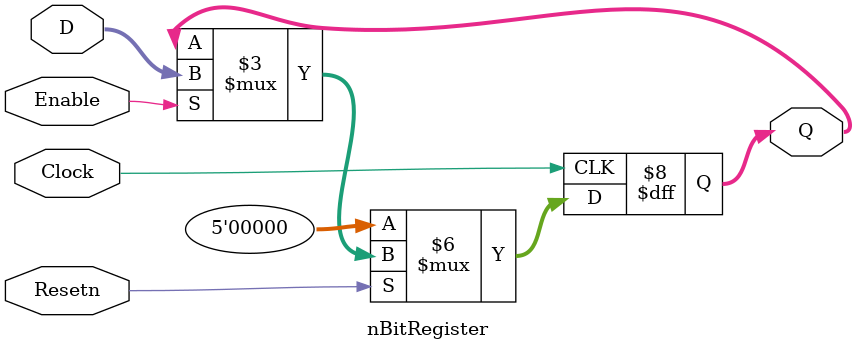
<source format=v>
module nBitRegister (D, Clock, Q, Resetn, Enable);
	parameter n = 5;
	
	input [n-1:0] D;
	input Clock, Resetn, Enable;
	output reg [n-1:0] Q;
	
	integer i;
	always @ (posedge Clock)	// synchronous reset
	begin
		if (~Resetn)
			Q <= 0;
		else if (Enable)
			Q <= D;
	end

endmodule

</source>
